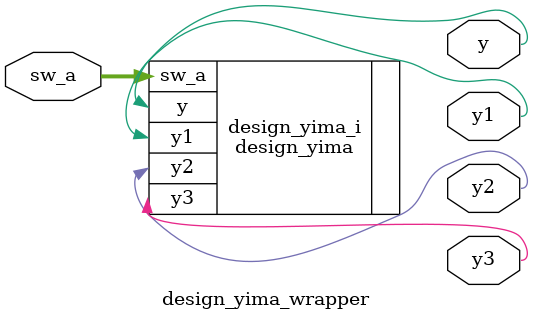
<source format=v>
`timescale 1 ps / 1 ps

module design_yima_wrapper
   (sw_a,
    y,
    y1,
    y2,
    y3);
  input [31:0]sw_a;
  output y;
  output y1;
  output y2;
  output y3;

  wire [31:0]sw_a;
  wire y;
  wire y1;
  wire y2;
  wire y3;

  design_yima design_yima_i
       (.sw_a(sw_a),
        .y(y),
        .y1(y1),
        .y2(y2),
        .y3(y3));
endmodule

</source>
